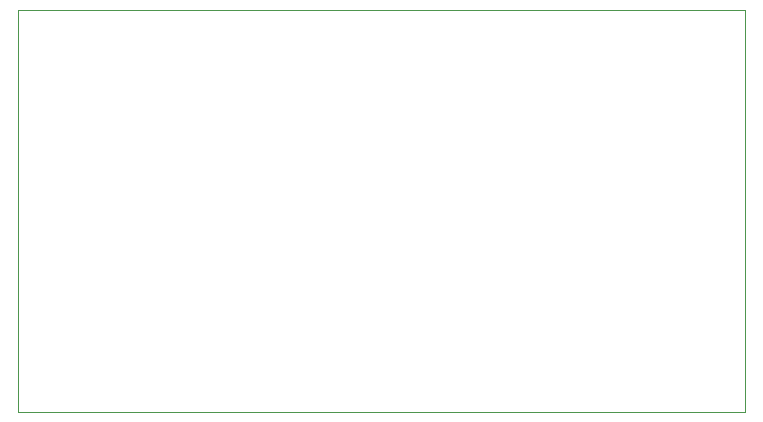
<source format=gbr>
%TF.GenerationSoftware,KiCad,Pcbnew,8.0.5*%
%TF.CreationDate,2024-10-20T20:04:23+02:00*%
%TF.ProjectId,weather,77656174-6865-4722-9e6b-696361645f70,rev?*%
%TF.SameCoordinates,Original*%
%TF.FileFunction,Profile,NP*%
%FSLAX46Y46*%
G04 Gerber Fmt 4.6, Leading zero omitted, Abs format (unit mm)*
G04 Created by KiCad (PCBNEW 8.0.5) date 2024-10-20 20:04:23*
%MOMM*%
%LPD*%
G01*
G04 APERTURE LIST*
%TA.AperFunction,Profile*%
%ADD10C,0.050000*%
%TD*%
G04 APERTURE END LIST*
D10*
X56000000Y-68000000D02*
X117500000Y-68000000D01*
X117500000Y-102000000D01*
X56000000Y-102000000D01*
X56000000Y-68000000D01*
M02*

</source>
